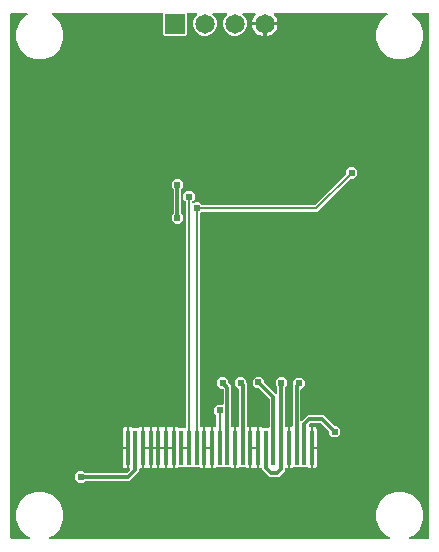
<source format=gbr>
G04 EAGLE Gerber RS-274X export*
G75*
%MOMM*%
%FSLAX34Y34*%
%LPD*%
%INBottom Copper*%
%IPPOS*%
%AMOC8*
5,1,8,0,0,1.08239X$1,22.5*%
G01*
%ADD10R,0.350000X3.000000*%
%ADD11R,1.651000X1.651000*%
%ADD12C,1.651000*%
%ADD13C,0.609600*%
%ADD14C,0.304800*%
%ADD15C,0.203200*%

G36*
X21578Y5223D02*
X21578Y5223D01*
X21675Y5233D01*
X21699Y5243D01*
X21725Y5247D01*
X21811Y5293D01*
X21900Y5333D01*
X21919Y5350D01*
X21942Y5363D01*
X22009Y5433D01*
X22081Y5499D01*
X22094Y5522D01*
X22112Y5541D01*
X22153Y5629D01*
X22200Y5715D01*
X22204Y5740D01*
X22215Y5764D01*
X22226Y5861D01*
X22243Y5957D01*
X22240Y5983D01*
X22242Y6008D01*
X22222Y6104D01*
X22208Y6200D01*
X22196Y6223D01*
X22190Y6249D01*
X22140Y6332D01*
X22096Y6419D01*
X22077Y6438D01*
X22064Y6460D01*
X21990Y6523D01*
X21921Y6591D01*
X21892Y6607D01*
X21877Y6620D01*
X21846Y6632D01*
X21774Y6672D01*
X18625Y7976D01*
X12976Y13625D01*
X9919Y21006D01*
X9919Y28994D01*
X12976Y36375D01*
X18625Y42024D01*
X26006Y45081D01*
X33994Y45081D01*
X41375Y42024D01*
X47024Y36375D01*
X50081Y28994D01*
X50081Y21006D01*
X47024Y13625D01*
X41375Y7976D01*
X38226Y6672D01*
X38143Y6621D01*
X38058Y6575D01*
X38040Y6557D01*
X38017Y6543D01*
X37955Y6467D01*
X37888Y6397D01*
X37877Y6373D01*
X37861Y6353D01*
X37826Y6262D01*
X37785Y6174D01*
X37782Y6148D01*
X37772Y6124D01*
X37768Y6026D01*
X37758Y5930D01*
X37763Y5904D01*
X37762Y5878D01*
X37789Y5784D01*
X37810Y5689D01*
X37823Y5667D01*
X37830Y5642D01*
X37886Y5562D01*
X37936Y5478D01*
X37956Y5461D01*
X37971Y5440D01*
X38049Y5381D01*
X38123Y5318D01*
X38147Y5308D01*
X38168Y5293D01*
X38261Y5263D01*
X38351Y5226D01*
X38383Y5223D01*
X38402Y5217D01*
X38435Y5217D01*
X38518Y5208D01*
X326282Y5208D01*
X326378Y5223D01*
X326475Y5233D01*
X326499Y5243D01*
X326525Y5247D01*
X326611Y5293D01*
X326700Y5333D01*
X326719Y5350D01*
X326742Y5363D01*
X326809Y5433D01*
X326881Y5499D01*
X326894Y5522D01*
X326912Y5541D01*
X326953Y5629D01*
X327000Y5715D01*
X327004Y5740D01*
X327015Y5764D01*
X327026Y5861D01*
X327043Y5957D01*
X327040Y5983D01*
X327042Y6008D01*
X327022Y6104D01*
X327008Y6200D01*
X326996Y6223D01*
X326990Y6249D01*
X326940Y6332D01*
X326896Y6419D01*
X326877Y6438D01*
X326864Y6460D01*
X326790Y6523D01*
X326721Y6591D01*
X326692Y6607D01*
X326677Y6620D01*
X326646Y6632D01*
X326574Y6672D01*
X323425Y7976D01*
X317776Y13625D01*
X314719Y21006D01*
X314719Y28994D01*
X317776Y36375D01*
X323425Y42024D01*
X330806Y45081D01*
X338794Y45081D01*
X346175Y42024D01*
X351824Y36375D01*
X354881Y28994D01*
X354881Y21006D01*
X351824Y13625D01*
X346175Y7976D01*
X343026Y6672D01*
X342943Y6621D01*
X342858Y6575D01*
X342840Y6557D01*
X342817Y6543D01*
X342755Y6467D01*
X342688Y6397D01*
X342677Y6373D01*
X342661Y6353D01*
X342626Y6262D01*
X342585Y6174D01*
X342582Y6148D01*
X342572Y6124D01*
X342568Y6026D01*
X342558Y5930D01*
X342563Y5904D01*
X342562Y5878D01*
X342589Y5784D01*
X342610Y5689D01*
X342623Y5667D01*
X342630Y5642D01*
X342686Y5562D01*
X342736Y5478D01*
X342756Y5461D01*
X342771Y5440D01*
X342849Y5381D01*
X342923Y5318D01*
X342947Y5308D01*
X342968Y5293D01*
X343061Y5263D01*
X343151Y5226D01*
X343183Y5223D01*
X343202Y5217D01*
X343235Y5217D01*
X343318Y5208D01*
X358831Y5208D01*
X358851Y5211D01*
X358870Y5209D01*
X358972Y5231D01*
X359074Y5247D01*
X359091Y5257D01*
X359111Y5261D01*
X359200Y5314D01*
X359291Y5363D01*
X359305Y5377D01*
X359322Y5387D01*
X359389Y5466D01*
X359461Y5541D01*
X359469Y5559D01*
X359482Y5574D01*
X359521Y5670D01*
X359564Y5764D01*
X359566Y5784D01*
X359574Y5802D01*
X359592Y5969D01*
X359592Y449431D01*
X359589Y449451D01*
X359591Y449470D01*
X359569Y449572D01*
X359553Y449674D01*
X359543Y449691D01*
X359539Y449711D01*
X359486Y449800D01*
X359437Y449891D01*
X359423Y449905D01*
X359413Y449922D01*
X359334Y449989D01*
X359259Y450061D01*
X359241Y450069D01*
X359226Y450082D01*
X359130Y450121D01*
X359036Y450164D01*
X359016Y450166D01*
X358998Y450174D01*
X358831Y450192D01*
X345732Y450192D01*
X345636Y450177D01*
X345539Y450167D01*
X345515Y450157D01*
X345489Y450153D01*
X345403Y450107D01*
X345314Y450067D01*
X345295Y450050D01*
X345272Y450037D01*
X345205Y449967D01*
X345133Y449901D01*
X345120Y449878D01*
X345102Y449859D01*
X345061Y449771D01*
X345014Y449685D01*
X345010Y449660D01*
X344999Y449636D01*
X344988Y449539D01*
X344971Y449443D01*
X344975Y449417D01*
X344972Y449392D01*
X344992Y449297D01*
X345007Y449200D01*
X345018Y449177D01*
X345024Y449151D01*
X345074Y449067D01*
X345118Y448981D01*
X345137Y448963D01*
X345150Y448940D01*
X345224Y448877D01*
X345294Y448809D01*
X345322Y448793D01*
X345337Y448780D01*
X345368Y448768D01*
X345441Y448728D01*
X346175Y448424D01*
X351824Y442775D01*
X354881Y435394D01*
X354881Y427406D01*
X351824Y420025D01*
X346175Y414376D01*
X338794Y411319D01*
X330806Y411319D01*
X323425Y414376D01*
X317776Y420025D01*
X314719Y427406D01*
X314719Y435394D01*
X317776Y442775D01*
X323425Y448424D01*
X324159Y448728D01*
X324242Y448779D01*
X324328Y448825D01*
X324346Y448844D01*
X324368Y448857D01*
X324431Y448932D01*
X324498Y449003D01*
X324509Y449027D01*
X324525Y449047D01*
X324560Y449138D01*
X324601Y449226D01*
X324604Y449252D01*
X324613Y449276D01*
X324618Y449374D01*
X324628Y449470D01*
X324623Y449496D01*
X324624Y449522D01*
X324597Y449616D01*
X324576Y449711D01*
X324563Y449733D01*
X324555Y449758D01*
X324500Y449838D01*
X324450Y449922D01*
X324430Y449939D01*
X324415Y449960D01*
X324337Y450019D01*
X324263Y450082D01*
X324239Y450092D01*
X324218Y450107D01*
X324125Y450137D01*
X324035Y450174D01*
X324002Y450177D01*
X323984Y450183D01*
X323951Y450183D01*
X323868Y450192D01*
X228813Y450192D01*
X228742Y450181D01*
X228671Y450179D01*
X228622Y450161D01*
X228570Y450153D01*
X228507Y450119D01*
X228440Y450094D01*
X228399Y450062D01*
X228353Y450037D01*
X228303Y449985D01*
X228248Y449941D01*
X228219Y449897D01*
X228184Y449859D01*
X228153Y449794D01*
X228115Y449734D01*
X228102Y449683D01*
X228080Y449636D01*
X228072Y449565D01*
X228054Y449495D01*
X228059Y449443D01*
X228053Y449392D01*
X228068Y449321D01*
X228074Y449250D01*
X228094Y449202D01*
X228105Y449151D01*
X228142Y449090D01*
X228170Y449024D01*
X228215Y448968D01*
X228231Y448940D01*
X228249Y448925D01*
X228275Y448893D01*
X228735Y448433D01*
X229733Y447058D01*
X230505Y445544D01*
X231030Y443928D01*
X231189Y442923D01*
X221262Y442923D01*
X221242Y442920D01*
X221223Y442922D01*
X221121Y442900D01*
X221019Y442883D01*
X221002Y442874D01*
X220982Y442870D01*
X220893Y442817D01*
X220802Y442768D01*
X220788Y442754D01*
X220771Y442744D01*
X220704Y442665D01*
X220633Y442590D01*
X220624Y442572D01*
X220611Y442557D01*
X220573Y442461D01*
X220529Y442367D01*
X220527Y442347D01*
X220519Y442329D01*
X220501Y442162D01*
X220501Y441399D01*
X220499Y441399D01*
X220499Y442162D01*
X220496Y442182D01*
X220498Y442201D01*
X220476Y442303D01*
X220459Y442405D01*
X220450Y442422D01*
X220446Y442442D01*
X220393Y442531D01*
X220344Y442622D01*
X220330Y442636D01*
X220320Y442653D01*
X220241Y442720D01*
X220166Y442791D01*
X220148Y442800D01*
X220133Y442813D01*
X220037Y442852D01*
X219943Y442895D01*
X219923Y442897D01*
X219905Y442905D01*
X219738Y442923D01*
X209811Y442923D01*
X209970Y443928D01*
X210495Y445544D01*
X211267Y447058D01*
X212265Y448433D01*
X212725Y448893D01*
X212767Y448951D01*
X212816Y449003D01*
X212838Y449050D01*
X212869Y449092D01*
X212890Y449161D01*
X212920Y449226D01*
X212926Y449278D01*
X212941Y449328D01*
X212939Y449399D01*
X212947Y449470D01*
X212936Y449521D01*
X212935Y449573D01*
X212910Y449641D01*
X212895Y449711D01*
X212868Y449756D01*
X212850Y449804D01*
X212806Y449860D01*
X212769Y449922D01*
X212729Y449956D01*
X212697Y449996D01*
X212636Y450035D01*
X212582Y450082D01*
X212533Y450101D01*
X212490Y450129D01*
X212420Y450147D01*
X212354Y450174D01*
X212282Y450182D01*
X212251Y450190D01*
X212228Y450188D01*
X212187Y450192D01*
X202335Y450192D01*
X202265Y450181D01*
X202193Y450179D01*
X202144Y450161D01*
X202093Y450153D01*
X202029Y450119D01*
X201962Y450094D01*
X201921Y450062D01*
X201875Y450037D01*
X201826Y449985D01*
X201770Y449941D01*
X201742Y449897D01*
X201706Y449859D01*
X201676Y449794D01*
X201637Y449734D01*
X201624Y449683D01*
X201602Y449636D01*
X201594Y449565D01*
X201577Y449495D01*
X201581Y449443D01*
X201575Y449392D01*
X201590Y449321D01*
X201596Y449250D01*
X201616Y449202D01*
X201627Y449151D01*
X201664Y449090D01*
X201692Y449024D01*
X201737Y448968D01*
X201754Y448940D01*
X201771Y448925D01*
X201797Y448893D01*
X203606Y447084D01*
X205134Y443396D01*
X205134Y439404D01*
X203606Y435716D01*
X200784Y432894D01*
X197096Y431366D01*
X193104Y431366D01*
X189416Y432894D01*
X186594Y435716D01*
X185066Y439404D01*
X185066Y443396D01*
X186594Y447084D01*
X188403Y448893D01*
X188445Y448951D01*
X188494Y449003D01*
X188516Y449050D01*
X188546Y449092D01*
X188568Y449161D01*
X188598Y449226D01*
X188603Y449278D01*
X188619Y449328D01*
X188617Y449399D01*
X188625Y449470D01*
X188614Y449521D01*
X188612Y449573D01*
X188588Y449641D01*
X188573Y449711D01*
X188546Y449756D01*
X188528Y449804D01*
X188483Y449860D01*
X188446Y449922D01*
X188407Y449956D01*
X188374Y449996D01*
X188314Y450035D01*
X188260Y450082D01*
X188211Y450101D01*
X188167Y450129D01*
X188098Y450147D01*
X188031Y450174D01*
X187960Y450182D01*
X187929Y450190D01*
X187906Y450188D01*
X187865Y450192D01*
X176935Y450192D01*
X176865Y450181D01*
X176793Y450179D01*
X176744Y450161D01*
X176693Y450153D01*
X176629Y450119D01*
X176562Y450094D01*
X176521Y450062D01*
X176475Y450037D01*
X176426Y449985D01*
X176370Y449941D01*
X176342Y449897D01*
X176306Y449859D01*
X176276Y449794D01*
X176237Y449734D01*
X176224Y449683D01*
X176202Y449636D01*
X176194Y449565D01*
X176177Y449495D01*
X176181Y449443D01*
X176175Y449392D01*
X176190Y449321D01*
X176196Y449250D01*
X176216Y449202D01*
X176227Y449151D01*
X176264Y449090D01*
X176292Y449024D01*
X176337Y448968D01*
X176354Y448940D01*
X176371Y448925D01*
X176397Y448893D01*
X178206Y447084D01*
X179734Y443396D01*
X179734Y439404D01*
X178206Y435716D01*
X175384Y432894D01*
X171696Y431366D01*
X167704Y431366D01*
X164016Y432894D01*
X161194Y435716D01*
X159666Y439404D01*
X159666Y443396D01*
X161194Y447084D01*
X163003Y448893D01*
X163045Y448951D01*
X163094Y449003D01*
X163116Y449050D01*
X163146Y449092D01*
X163168Y449161D01*
X163198Y449226D01*
X163203Y449278D01*
X163219Y449328D01*
X163217Y449399D01*
X163225Y449470D01*
X163214Y449521D01*
X163212Y449573D01*
X163188Y449641D01*
X163173Y449711D01*
X163146Y449756D01*
X163128Y449804D01*
X163083Y449860D01*
X163046Y449922D01*
X163007Y449956D01*
X162974Y449996D01*
X162914Y450035D01*
X162860Y450082D01*
X162811Y450101D01*
X162767Y450129D01*
X162698Y450147D01*
X162631Y450174D01*
X162560Y450182D01*
X162529Y450190D01*
X162506Y450188D01*
X162465Y450192D01*
X155095Y450192D01*
X155075Y450189D01*
X155056Y450191D01*
X154954Y450169D01*
X154852Y450153D01*
X154835Y450143D01*
X154815Y450139D01*
X154726Y450086D01*
X154635Y450037D01*
X154621Y450023D01*
X154604Y450013D01*
X154537Y449934D01*
X154465Y449859D01*
X154457Y449841D01*
X154444Y449826D01*
X154405Y449730D01*
X154362Y449636D01*
X154360Y449616D01*
X154352Y449598D01*
X154334Y449431D01*
X154334Y432408D01*
X153292Y431366D01*
X135308Y431366D01*
X134266Y432408D01*
X134266Y449431D01*
X134263Y449451D01*
X134265Y449470D01*
X134243Y449572D01*
X134227Y449674D01*
X134217Y449691D01*
X134213Y449711D01*
X134160Y449800D01*
X134111Y449891D01*
X134097Y449905D01*
X134087Y449922D01*
X134008Y449989D01*
X133933Y450061D01*
X133915Y450069D01*
X133900Y450082D01*
X133804Y450121D01*
X133710Y450164D01*
X133690Y450166D01*
X133672Y450174D01*
X133505Y450192D01*
X40932Y450192D01*
X40836Y450177D01*
X40739Y450167D01*
X40715Y450157D01*
X40689Y450153D01*
X40603Y450107D01*
X40514Y450067D01*
X40495Y450050D01*
X40472Y450037D01*
X40405Y449967D01*
X40333Y449901D01*
X40320Y449878D01*
X40302Y449859D01*
X40261Y449771D01*
X40214Y449685D01*
X40210Y449660D01*
X40199Y449636D01*
X40188Y449539D01*
X40171Y449443D01*
X40175Y449417D01*
X40172Y449392D01*
X40192Y449297D01*
X40207Y449200D01*
X40218Y449177D01*
X40224Y449151D01*
X40274Y449067D01*
X40318Y448981D01*
X40337Y448963D01*
X40350Y448940D01*
X40424Y448877D01*
X40494Y448809D01*
X40522Y448793D01*
X40537Y448780D01*
X40568Y448768D01*
X40641Y448728D01*
X41375Y448424D01*
X47024Y442775D01*
X50081Y435394D01*
X50081Y427406D01*
X47024Y420025D01*
X41375Y414376D01*
X33994Y411319D01*
X26006Y411319D01*
X18625Y414376D01*
X12976Y420025D01*
X9919Y427406D01*
X9919Y435394D01*
X12976Y442775D01*
X18625Y448424D01*
X19359Y448728D01*
X19442Y448779D01*
X19528Y448825D01*
X19546Y448844D01*
X19568Y448857D01*
X19631Y448932D01*
X19698Y449003D01*
X19709Y449027D01*
X19725Y449047D01*
X19760Y449138D01*
X19801Y449226D01*
X19804Y449252D01*
X19813Y449276D01*
X19818Y449374D01*
X19828Y449470D01*
X19823Y449496D01*
X19824Y449522D01*
X19797Y449616D01*
X19776Y449711D01*
X19763Y449733D01*
X19755Y449758D01*
X19700Y449838D01*
X19650Y449922D01*
X19630Y449939D01*
X19615Y449960D01*
X19537Y450019D01*
X19463Y450082D01*
X19439Y450092D01*
X19418Y450107D01*
X19325Y450137D01*
X19235Y450174D01*
X19202Y450177D01*
X19184Y450183D01*
X19151Y450183D01*
X19068Y450192D01*
X5969Y450192D01*
X5949Y450189D01*
X5930Y450191D01*
X5828Y450169D01*
X5726Y450153D01*
X5709Y450143D01*
X5689Y450139D01*
X5600Y450086D01*
X5509Y450037D01*
X5495Y450023D01*
X5478Y450013D01*
X5411Y449934D01*
X5339Y449859D01*
X5331Y449841D01*
X5318Y449826D01*
X5279Y449730D01*
X5236Y449636D01*
X5234Y449616D01*
X5226Y449598D01*
X5208Y449431D01*
X5208Y5969D01*
X5211Y5949D01*
X5209Y5930D01*
X5231Y5828D01*
X5247Y5726D01*
X5257Y5709D01*
X5261Y5689D01*
X5314Y5600D01*
X5363Y5509D01*
X5377Y5495D01*
X5387Y5478D01*
X5466Y5411D01*
X5541Y5339D01*
X5559Y5331D01*
X5574Y5318D01*
X5670Y5279D01*
X5764Y5236D01*
X5784Y5234D01*
X5802Y5226D01*
X5969Y5208D01*
X21482Y5208D01*
X21578Y5223D01*
G37*
%LPC*%
G36*
X144274Y82387D02*
X144274Y82387D01*
X144271Y82406D01*
X144273Y82426D01*
X144260Y82486D01*
X144274Y82613D01*
X144274Y100041D01*
X145485Y100041D01*
X146131Y99868D01*
X146710Y99533D01*
X146741Y99502D01*
X146815Y99449D01*
X146885Y99389D01*
X146915Y99377D01*
X146941Y99358D01*
X147028Y99331D01*
X147113Y99297D01*
X147154Y99293D01*
X147176Y99286D01*
X147208Y99287D01*
X147280Y99279D01*
X152405Y99279D01*
X152416Y99269D01*
X152463Y99247D01*
X152505Y99216D01*
X152574Y99195D01*
X152639Y99165D01*
X152691Y99159D01*
X152740Y99144D01*
X152812Y99146D01*
X152883Y99138D01*
X152934Y99149D01*
X152986Y99150D01*
X153054Y99175D01*
X153124Y99190D01*
X153169Y99217D01*
X153217Y99235D01*
X153273Y99280D01*
X153335Y99316D01*
X153369Y99356D01*
X153409Y99388D01*
X153448Y99449D01*
X153495Y99503D01*
X153514Y99551D01*
X153542Y99595D01*
X153560Y99665D01*
X153587Y99731D01*
X153595Y99803D01*
X153603Y99834D01*
X153601Y99857D01*
X153605Y99898D01*
X153605Y290717D01*
X153591Y290807D01*
X153583Y290898D01*
X153571Y290928D01*
X153566Y290960D01*
X153523Y291041D01*
X153487Y291125D01*
X153461Y291157D01*
X153450Y291177D01*
X153427Y291200D01*
X153382Y291256D01*
X151637Y293001D01*
X151637Y296999D01*
X154465Y299827D01*
X158463Y299827D01*
X161291Y296999D01*
X161291Y293001D01*
X159418Y291128D01*
X159365Y291054D01*
X159305Y290984D01*
X159293Y290954D01*
X159274Y290928D01*
X159247Y290841D01*
X159213Y290756D01*
X159209Y290715D01*
X159202Y290693D01*
X159203Y290661D01*
X159195Y290589D01*
X159195Y290033D01*
X159206Y289962D01*
X159208Y289890D01*
X159226Y289841D01*
X159234Y289790D01*
X159268Y289726D01*
X159293Y289659D01*
X159325Y289618D01*
X159350Y289572D01*
X159402Y289523D01*
X159446Y289467D01*
X159490Y289439D01*
X159528Y289403D01*
X159593Y289373D01*
X159653Y289334D01*
X159704Y289321D01*
X159751Y289299D01*
X159822Y289292D01*
X159892Y289274D01*
X159944Y289278D01*
X159995Y289272D01*
X160066Y289288D01*
X160137Y289293D01*
X160185Y289314D01*
X160236Y289325D01*
X160297Y289361D01*
X160363Y289389D01*
X160419Y289434D01*
X160447Y289451D01*
X160462Y289469D01*
X160494Y289494D01*
X161069Y290069D01*
X165067Y290069D01*
X167044Y288092D01*
X167118Y288039D01*
X167188Y287979D01*
X167218Y287967D01*
X167244Y287948D01*
X167331Y287921D01*
X167416Y287887D01*
X167457Y287883D01*
X167479Y287876D01*
X167511Y287877D01*
X167583Y287869D01*
X262733Y287869D01*
X262823Y287883D01*
X262914Y287891D01*
X262944Y287903D01*
X262976Y287908D01*
X263056Y287951D01*
X263140Y287987D01*
X263172Y288013D01*
X263193Y288024D01*
X263215Y288047D01*
X263271Y288092D01*
X289082Y313903D01*
X289135Y313977D01*
X289195Y314046D01*
X289207Y314076D01*
X289226Y314102D01*
X289253Y314189D01*
X289287Y314274D01*
X289291Y314315D01*
X289298Y314337D01*
X289297Y314370D01*
X289305Y314441D01*
X289305Y316999D01*
X292133Y319827D01*
X296131Y319827D01*
X298959Y316999D01*
X298959Y313001D01*
X296131Y310173D01*
X293573Y310173D01*
X293483Y310159D01*
X293392Y310151D01*
X293362Y310139D01*
X293330Y310134D01*
X293250Y310091D01*
X293166Y310055D01*
X293134Y310029D01*
X293113Y310018D01*
X293091Y309995D01*
X293035Y309950D01*
X265364Y282279D01*
X167247Y282279D01*
X167157Y282265D01*
X167066Y282257D01*
X167036Y282245D01*
X167004Y282240D01*
X166923Y282197D01*
X166839Y282161D01*
X166807Y282135D01*
X166787Y282124D01*
X166764Y282101D01*
X166708Y282056D01*
X165918Y281266D01*
X165865Y281192D01*
X165805Y281122D01*
X165793Y281092D01*
X165774Y281066D01*
X165747Y280979D01*
X165713Y280894D01*
X165709Y280853D01*
X165702Y280831D01*
X165703Y280799D01*
X165695Y280727D01*
X165695Y100599D01*
X165714Y100482D01*
X165732Y100364D01*
X165734Y100360D01*
X165734Y100356D01*
X165790Y100251D01*
X165845Y100145D01*
X165848Y100142D01*
X165850Y100138D01*
X165936Y100056D01*
X166021Y99974D01*
X166025Y99972D01*
X166028Y99969D01*
X166135Y99919D01*
X166243Y99868D01*
X166247Y99867D01*
X166251Y99865D01*
X166367Y99852D01*
X166487Y99838D01*
X166492Y99839D01*
X166495Y99838D01*
X166509Y99841D01*
X166653Y99863D01*
X167316Y100041D01*
X168526Y100041D01*
X168526Y82613D01*
X168529Y82594D01*
X168527Y82574D01*
X168540Y82514D01*
X168526Y82387D01*
X168526Y64959D01*
X167316Y64959D01*
X166669Y65132D01*
X166090Y65467D01*
X166059Y65498D01*
X165985Y65551D01*
X165915Y65611D01*
X165885Y65623D01*
X165859Y65642D01*
X165772Y65669D01*
X165687Y65703D01*
X165646Y65707D01*
X165624Y65714D01*
X165592Y65713D01*
X165520Y65721D01*
X160413Y65721D01*
X160188Y65946D01*
X160172Y65958D01*
X160160Y65973D01*
X160073Y66029D01*
X159989Y66090D01*
X159970Y66096D01*
X159953Y66106D01*
X159852Y66132D01*
X159754Y66162D01*
X159734Y66162D01*
X159714Y66166D01*
X159611Y66158D01*
X159508Y66156D01*
X159489Y66149D01*
X159469Y66147D01*
X159374Y66107D01*
X159277Y66071D01*
X159261Y66059D01*
X159243Y66051D01*
X159112Y65946D01*
X158887Y65721D01*
X153913Y65721D01*
X153688Y65946D01*
X153672Y65958D01*
X153660Y65973D01*
X153573Y66029D01*
X153489Y66090D01*
X153470Y66096D01*
X153453Y66106D01*
X153352Y66132D01*
X153254Y66162D01*
X153234Y66162D01*
X153214Y66166D01*
X153111Y66158D01*
X153008Y66156D01*
X152989Y66149D01*
X152969Y66147D01*
X152874Y66107D01*
X152777Y66071D01*
X152761Y66059D01*
X152743Y66051D01*
X152612Y65946D01*
X152387Y65721D01*
X147280Y65721D01*
X147190Y65707D01*
X147099Y65699D01*
X147069Y65687D01*
X147037Y65682D01*
X146956Y65639D01*
X146872Y65603D01*
X146840Y65577D01*
X146820Y65566D01*
X146797Y65543D01*
X146741Y65498D01*
X146710Y65467D01*
X146131Y65132D01*
X145484Y64959D01*
X144274Y64959D01*
X144274Y82387D01*
G37*
%LPD*%
%LPC*%
G36*
X224692Y57657D02*
X224692Y57657D01*
X218097Y64252D01*
X218097Y64265D01*
X218078Y64382D01*
X218060Y64500D01*
X218058Y64504D01*
X218058Y64508D01*
X218002Y64612D01*
X217947Y64719D01*
X217944Y64722D01*
X217942Y64725D01*
X217856Y64807D01*
X217771Y64890D01*
X217767Y64892D01*
X217764Y64895D01*
X217656Y64945D01*
X217549Y64996D01*
X217545Y64997D01*
X217541Y64998D01*
X217423Y65012D01*
X217305Y65026D01*
X217300Y65025D01*
X217297Y65026D01*
X217283Y65023D01*
X217139Y65001D01*
X216984Y64959D01*
X215774Y64959D01*
X215774Y82387D01*
X215771Y82406D01*
X215773Y82426D01*
X215760Y82486D01*
X215774Y82613D01*
X215774Y100041D01*
X216985Y100041D01*
X217631Y99868D01*
X218210Y99533D01*
X218241Y99502D01*
X218315Y99449D01*
X218385Y99389D01*
X218415Y99377D01*
X218441Y99358D01*
X218528Y99331D01*
X218613Y99297D01*
X218654Y99293D01*
X218676Y99286D01*
X218708Y99287D01*
X218780Y99279D01*
X223836Y99279D01*
X223856Y99282D01*
X223875Y99280D01*
X223977Y99302D01*
X224079Y99318D01*
X224096Y99328D01*
X224116Y99332D01*
X224205Y99385D01*
X224296Y99434D01*
X224310Y99448D01*
X224327Y99458D01*
X224394Y99537D01*
X224466Y99612D01*
X224474Y99630D01*
X224487Y99645D01*
X224526Y99741D01*
X224569Y99835D01*
X224571Y99855D01*
X224579Y99873D01*
X224597Y100040D01*
X224597Y123223D01*
X224595Y123234D01*
X224596Y123241D01*
X224588Y123278D01*
X224583Y123313D01*
X224575Y123404D01*
X224563Y123433D01*
X224558Y123465D01*
X224515Y123546D01*
X224479Y123630D01*
X224453Y123662D01*
X224442Y123683D01*
X224419Y123705D01*
X224374Y123761D01*
X215517Y132618D01*
X215443Y132671D01*
X215374Y132731D01*
X215343Y132743D01*
X215317Y132762D01*
X215230Y132789D01*
X215145Y132823D01*
X215104Y132827D01*
X215082Y132834D01*
X215050Y132833D01*
X214979Y132841D01*
X213139Y132841D01*
X210311Y135669D01*
X210311Y139667D01*
X213139Y142495D01*
X217137Y142495D01*
X219965Y139667D01*
X219965Y137827D01*
X219979Y137737D01*
X219987Y137646D01*
X219999Y137617D01*
X220004Y137585D01*
X220047Y137504D01*
X220083Y137420D01*
X220109Y137388D01*
X220120Y137367D01*
X220143Y137345D01*
X220188Y137289D01*
X229798Y127679D01*
X229856Y127637D01*
X229908Y127588D01*
X229955Y127566D01*
X229997Y127535D01*
X230066Y127514D01*
X230131Y127484D01*
X230183Y127478D01*
X230233Y127463D01*
X230304Y127465D01*
X230375Y127457D01*
X230426Y127468D01*
X230478Y127469D01*
X230546Y127494D01*
X230616Y127509D01*
X230661Y127536D01*
X230709Y127554D01*
X230765Y127599D01*
X230827Y127636D01*
X230861Y127675D01*
X230901Y127708D01*
X230940Y127768D01*
X230987Y127822D01*
X231006Y127871D01*
X231034Y127915D01*
X231052Y127984D01*
X231079Y128051D01*
X231087Y128122D01*
X231095Y128153D01*
X231093Y128176D01*
X231097Y128217D01*
X231097Y133363D01*
X231083Y133453D01*
X231075Y133544D01*
X231063Y133574D01*
X231058Y133606D01*
X231015Y133687D01*
X230979Y133771D01*
X230953Y133803D01*
X230942Y133823D01*
X230919Y133846D01*
X230874Y133902D01*
X229615Y135161D01*
X229615Y139159D01*
X232443Y141987D01*
X236441Y141987D01*
X239269Y139159D01*
X239269Y135161D01*
X237926Y133818D01*
X237873Y133744D01*
X237813Y133674D01*
X237801Y133644D01*
X237782Y133618D01*
X237755Y133531D01*
X237721Y133446D01*
X237717Y133405D01*
X237710Y133383D01*
X237711Y133351D01*
X237703Y133279D01*
X237703Y100735D01*
X237722Y100618D01*
X237740Y100500D01*
X237742Y100496D01*
X237742Y100492D01*
X237798Y100388D01*
X237853Y100281D01*
X237856Y100278D01*
X237858Y100275D01*
X237944Y100193D01*
X238029Y100110D01*
X238033Y100108D01*
X238036Y100105D01*
X238144Y100055D01*
X238251Y100004D01*
X238255Y100003D01*
X238259Y100002D01*
X238377Y99988D01*
X238495Y99974D01*
X238500Y99975D01*
X238503Y99974D01*
X238517Y99977D01*
X238661Y99999D01*
X238816Y100041D01*
X240026Y100041D01*
X240026Y82613D01*
X240029Y82594D01*
X240027Y82574D01*
X240040Y82514D01*
X240026Y82387D01*
X240026Y64959D01*
X238816Y64959D01*
X238661Y65001D01*
X238542Y65013D01*
X238425Y65026D01*
X238420Y65025D01*
X238416Y65025D01*
X238301Y64999D01*
X238184Y64973D01*
X238181Y64971D01*
X238177Y64970D01*
X238075Y64908D01*
X237973Y64847D01*
X237970Y64844D01*
X237967Y64842D01*
X237890Y64751D01*
X237813Y64660D01*
X237812Y64656D01*
X237809Y64653D01*
X237766Y64543D01*
X237721Y64432D01*
X237721Y64427D01*
X237719Y64424D01*
X237719Y64410D01*
X237703Y64265D01*
X237703Y62852D01*
X232508Y57657D01*
X224692Y57657D01*
G37*
%LPD*%
%LPC*%
G36*
X241774Y82387D02*
X241774Y82387D01*
X241771Y82406D01*
X241773Y82426D01*
X241760Y82486D01*
X241774Y82613D01*
X241774Y100041D01*
X242984Y100041D01*
X243139Y99999D01*
X243258Y99987D01*
X243375Y99974D01*
X243380Y99975D01*
X243384Y99975D01*
X243499Y100001D01*
X243616Y100027D01*
X243619Y100029D01*
X243623Y100030D01*
X243725Y100092D01*
X243827Y100153D01*
X243830Y100156D01*
X243833Y100158D01*
X243910Y100249D01*
X243987Y100340D01*
X243988Y100344D01*
X243991Y100347D01*
X244034Y100457D01*
X244079Y100568D01*
X244079Y100573D01*
X244081Y100576D01*
X244081Y100590D01*
X244097Y100735D01*
X244097Y136246D01*
X244378Y136527D01*
X244431Y136601D01*
X244491Y136670D01*
X244503Y136701D01*
X244522Y136727D01*
X244549Y136814D01*
X244583Y136899D01*
X244587Y136940D01*
X244594Y136962D01*
X244593Y136994D01*
X244601Y137065D01*
X244601Y138905D01*
X247429Y141733D01*
X251427Y141733D01*
X254255Y138905D01*
X254255Y134907D01*
X251426Y132078D01*
X251425Y132078D01*
X251323Y132056D01*
X251221Y132040D01*
X251204Y132030D01*
X251184Y132026D01*
X251095Y131973D01*
X251004Y131924D01*
X250990Y131910D01*
X250973Y131900D01*
X250906Y131821D01*
X250834Y131746D01*
X250826Y131728D01*
X250813Y131713D01*
X250774Y131617D01*
X250731Y131523D01*
X250729Y131503D01*
X250721Y131485D01*
X250703Y131318D01*
X250703Y105573D01*
X250714Y105503D01*
X250716Y105431D01*
X250734Y105382D01*
X250742Y105331D01*
X250776Y105267D01*
X250801Y105200D01*
X250833Y105159D01*
X250858Y105113D01*
X250910Y105064D01*
X250954Y105008D01*
X250998Y104980D01*
X251036Y104944D01*
X251101Y104914D01*
X251161Y104875D01*
X251212Y104862D01*
X251259Y104840D01*
X251330Y104832D01*
X251400Y104815D01*
X251452Y104819D01*
X251503Y104813D01*
X251574Y104828D01*
X251645Y104834D01*
X251693Y104854D01*
X251744Y104865D01*
X251805Y104902D01*
X251871Y104930D01*
X251927Y104975D01*
X251955Y104992D01*
X251970Y105009D01*
X252002Y105035D01*
X256696Y109729D01*
X270608Y109729D01*
X279275Y101062D01*
X279349Y101009D01*
X279418Y100949D01*
X279449Y100937D01*
X279475Y100918D01*
X279562Y100891D01*
X279647Y100857D01*
X279688Y100853D01*
X279710Y100846D01*
X279742Y100847D01*
X279813Y100839D01*
X281653Y100839D01*
X284481Y98011D01*
X284481Y94013D01*
X281653Y91185D01*
X277655Y91185D01*
X274827Y94013D01*
X274827Y95853D01*
X274813Y95943D01*
X274805Y96034D01*
X274793Y96063D01*
X274788Y96095D01*
X274745Y96176D01*
X274709Y96260D01*
X274683Y96292D01*
X274672Y96313D01*
X274649Y96335D01*
X274604Y96391D01*
X268095Y102900D01*
X268021Y102953D01*
X267952Y103013D01*
X267921Y103025D01*
X267895Y103044D01*
X267808Y103071D01*
X267723Y103105D01*
X267682Y103109D01*
X267660Y103116D01*
X267628Y103115D01*
X267557Y103123D01*
X259747Y103123D01*
X259657Y103109D01*
X259566Y103101D01*
X259537Y103089D01*
X259505Y103084D01*
X259424Y103041D01*
X259340Y103005D01*
X259308Y102979D01*
X259287Y102968D01*
X259265Y102945D01*
X259209Y102900D01*
X257639Y101330D01*
X257611Y101291D01*
X257576Y101258D01*
X257539Y101192D01*
X257495Y101130D01*
X257481Y101084D01*
X257458Y101042D01*
X257445Y100968D01*
X257423Y100895D01*
X257424Y100847D01*
X257416Y100800D01*
X257427Y100725D01*
X257429Y100649D01*
X257446Y100604D01*
X257453Y100557D01*
X257488Y100489D01*
X257514Y100418D01*
X257544Y100381D01*
X257566Y100338D01*
X257620Y100285D01*
X257667Y100226D01*
X257708Y100200D01*
X257742Y100167D01*
X257811Y100134D01*
X257874Y100093D01*
X257921Y100082D01*
X257964Y100061D01*
X258039Y100052D01*
X258113Y100033D01*
X258161Y100037D01*
X258208Y100031D01*
X258271Y100041D01*
X259526Y100041D01*
X259526Y82613D01*
X259529Y82594D01*
X259527Y82574D01*
X259540Y82514D01*
X259526Y82387D01*
X259526Y64959D01*
X258316Y64959D01*
X257669Y65132D01*
X257090Y65467D01*
X257059Y65498D01*
X256985Y65551D01*
X256915Y65611D01*
X256885Y65623D01*
X256859Y65642D01*
X256772Y65669D01*
X256687Y65703D01*
X256646Y65707D01*
X256624Y65714D01*
X256592Y65713D01*
X256520Y65721D01*
X251413Y65721D01*
X251188Y65946D01*
X251172Y65958D01*
X251160Y65973D01*
X251073Y66029D01*
X250989Y66090D01*
X250970Y66096D01*
X250953Y66106D01*
X250852Y66132D01*
X250754Y66162D01*
X250734Y66162D01*
X250714Y66166D01*
X250611Y66158D01*
X250508Y66156D01*
X250489Y66149D01*
X250469Y66147D01*
X250374Y66107D01*
X250277Y66071D01*
X250261Y66059D01*
X250243Y66051D01*
X250112Y65946D01*
X249887Y65721D01*
X244780Y65721D01*
X244690Y65707D01*
X244599Y65699D01*
X244569Y65687D01*
X244537Y65682D01*
X244456Y65639D01*
X244372Y65603D01*
X244340Y65577D01*
X244320Y65566D01*
X244297Y65543D01*
X244241Y65498D01*
X244210Y65467D01*
X243631Y65132D01*
X242984Y64959D01*
X241774Y64959D01*
X241774Y82387D01*
G37*
%LPD*%
%LPC*%
G36*
X176774Y82387D02*
X176774Y82387D01*
X176771Y82406D01*
X176773Y82426D01*
X176760Y82486D01*
X176774Y82613D01*
X176774Y100041D01*
X177984Y100041D01*
X178647Y99863D01*
X178766Y99851D01*
X178883Y99838D01*
X178888Y99839D01*
X178892Y99839D01*
X179007Y99865D01*
X179124Y99891D01*
X179127Y99893D01*
X179131Y99894D01*
X179233Y99956D01*
X179335Y100017D01*
X179338Y100020D01*
X179341Y100022D01*
X179417Y100113D01*
X179495Y100204D01*
X179496Y100208D01*
X179499Y100211D01*
X179542Y100320D01*
X179587Y100432D01*
X179587Y100437D01*
X179589Y100440D01*
X179589Y100453D01*
X179605Y100599D01*
X179605Y109671D01*
X179591Y109761D01*
X179583Y109852D01*
X179571Y109882D01*
X179566Y109914D01*
X179523Y109995D01*
X179487Y110079D01*
X179461Y110111D01*
X179450Y110131D01*
X179427Y110154D01*
X179382Y110210D01*
X177545Y112047D01*
X177545Y116045D01*
X180373Y118873D01*
X184389Y118873D01*
X184408Y118855D01*
X184455Y118833D01*
X184497Y118803D01*
X184566Y118782D01*
X184631Y118751D01*
X184683Y118746D01*
X184732Y118730D01*
X184804Y118732D01*
X184875Y118724D01*
X184926Y118735D01*
X184978Y118737D01*
X185046Y118761D01*
X185116Y118777D01*
X185161Y118803D01*
X185209Y118821D01*
X185265Y118866D01*
X185327Y118903D01*
X185361Y118942D01*
X185401Y118975D01*
X185440Y119035D01*
X185487Y119090D01*
X185506Y119138D01*
X185534Y119182D01*
X185552Y119251D01*
X185579Y119318D01*
X185587Y119389D01*
X185595Y119420D01*
X185593Y119444D01*
X185597Y119485D01*
X185597Y131489D01*
X185583Y131579D01*
X185575Y131670D01*
X185563Y131699D01*
X185558Y131731D01*
X185515Y131812D01*
X185479Y131896D01*
X185453Y131928D01*
X185442Y131949D01*
X185419Y131971D01*
X185374Y132027D01*
X185291Y132110D01*
X185217Y132163D01*
X185148Y132223D01*
X185117Y132235D01*
X185091Y132254D01*
X185004Y132281D01*
X184919Y132315D01*
X184878Y132319D01*
X184856Y132326D01*
X184824Y132325D01*
X184753Y132333D01*
X182913Y132333D01*
X180085Y135161D01*
X180085Y139159D01*
X182913Y141987D01*
X186911Y141987D01*
X189739Y139159D01*
X189739Y137319D01*
X189753Y137229D01*
X189761Y137138D01*
X189773Y137109D01*
X189778Y137077D01*
X189821Y136996D01*
X189857Y136912D01*
X189883Y136880D01*
X189894Y136859D01*
X189917Y136837D01*
X189962Y136781D01*
X192203Y134540D01*
X192203Y100735D01*
X192222Y100618D01*
X192240Y100500D01*
X192242Y100496D01*
X192242Y100492D01*
X192298Y100388D01*
X192353Y100281D01*
X192356Y100278D01*
X192358Y100275D01*
X192444Y100193D01*
X192529Y100110D01*
X192533Y100108D01*
X192536Y100105D01*
X192644Y100055D01*
X192751Y100004D01*
X192755Y100003D01*
X192759Y100002D01*
X192877Y99988D01*
X192995Y99974D01*
X193000Y99975D01*
X193003Y99974D01*
X193017Y99977D01*
X193161Y99999D01*
X193316Y100041D01*
X194526Y100041D01*
X194526Y82613D01*
X194529Y82594D01*
X194527Y82574D01*
X194540Y82514D01*
X194526Y82387D01*
X194526Y64959D01*
X193316Y64959D01*
X192669Y65132D01*
X192090Y65467D01*
X192059Y65498D01*
X191985Y65551D01*
X191915Y65611D01*
X191885Y65623D01*
X191859Y65642D01*
X191772Y65669D01*
X191687Y65703D01*
X191646Y65707D01*
X191624Y65714D01*
X191592Y65713D01*
X191520Y65721D01*
X186413Y65721D01*
X186188Y65946D01*
X186172Y65958D01*
X186160Y65973D01*
X186073Y66029D01*
X185989Y66090D01*
X185970Y66096D01*
X185953Y66106D01*
X185852Y66132D01*
X185754Y66162D01*
X185734Y66162D01*
X185714Y66166D01*
X185611Y66158D01*
X185508Y66156D01*
X185489Y66149D01*
X185469Y66147D01*
X185374Y66107D01*
X185277Y66071D01*
X185261Y66059D01*
X185243Y66051D01*
X185112Y65946D01*
X184887Y65721D01*
X179780Y65721D01*
X179690Y65707D01*
X179599Y65699D01*
X179569Y65687D01*
X179537Y65682D01*
X179456Y65639D01*
X179372Y65603D01*
X179340Y65577D01*
X179320Y65566D01*
X179297Y65543D01*
X179241Y65498D01*
X179210Y65467D01*
X178631Y65132D01*
X177984Y64959D01*
X176774Y64959D01*
X176774Y82387D01*
G37*
%LPD*%
%LPC*%
G36*
X62771Y52831D02*
X62771Y52831D01*
X59943Y55659D01*
X59943Y59657D01*
X62771Y62485D01*
X66769Y62485D01*
X68070Y61184D01*
X68144Y61131D01*
X68214Y61071D01*
X68244Y61059D01*
X68270Y61040D01*
X68357Y61013D01*
X68442Y60979D01*
X68483Y60975D01*
X68505Y60968D01*
X68537Y60969D01*
X68609Y60961D01*
X103219Y60961D01*
X103309Y60975D01*
X103400Y60983D01*
X103429Y60995D01*
X103461Y61000D01*
X103542Y61043D01*
X103626Y61079D01*
X103658Y61105D01*
X103679Y61116D01*
X103701Y61139D01*
X103757Y61184D01*
X106233Y63660D01*
X106275Y63718D01*
X106324Y63770D01*
X106346Y63817D01*
X106377Y63859D01*
X106398Y63928D01*
X106428Y63993D01*
X106434Y64045D01*
X106449Y64095D01*
X106447Y64166D01*
X106455Y64238D01*
X106444Y64288D01*
X106443Y64340D01*
X106418Y64408D01*
X106403Y64478D01*
X106376Y64522D01*
X106358Y64571D01*
X106313Y64627D01*
X106276Y64689D01*
X106237Y64723D01*
X106204Y64763D01*
X106144Y64802D01*
X106090Y64849D01*
X106041Y64868D01*
X105997Y64896D01*
X105928Y64914D01*
X105861Y64941D01*
X105790Y64949D01*
X105759Y64957D01*
X105736Y64955D01*
X105695Y64959D01*
X105274Y64959D01*
X105274Y82387D01*
X105271Y82406D01*
X105273Y82426D01*
X105260Y82486D01*
X105274Y82613D01*
X105274Y100041D01*
X106485Y100041D01*
X107131Y99868D01*
X107710Y99533D01*
X107741Y99502D01*
X107815Y99449D01*
X107885Y99389D01*
X107915Y99377D01*
X107941Y99358D01*
X108028Y99331D01*
X108113Y99297D01*
X108154Y99293D01*
X108176Y99286D01*
X108208Y99287D01*
X108280Y99279D01*
X113520Y99279D01*
X113610Y99293D01*
X113701Y99301D01*
X113731Y99313D01*
X113763Y99318D01*
X113844Y99361D01*
X113928Y99397D01*
X113960Y99423D01*
X113980Y99434D01*
X114003Y99457D01*
X114059Y99502D01*
X114090Y99533D01*
X114669Y99868D01*
X115316Y100041D01*
X116526Y100041D01*
X116526Y82613D01*
X116529Y82594D01*
X116527Y82574D01*
X116540Y82514D01*
X116526Y82387D01*
X116526Y64959D01*
X115316Y64959D01*
X115161Y65001D01*
X115042Y65013D01*
X114925Y65026D01*
X114920Y65025D01*
X114916Y65025D01*
X114801Y64999D01*
X114684Y64973D01*
X114681Y64971D01*
X114677Y64970D01*
X114575Y64908D01*
X114473Y64847D01*
X114470Y64844D01*
X114467Y64842D01*
X114390Y64751D01*
X114313Y64660D01*
X114312Y64656D01*
X114309Y64653D01*
X114266Y64543D01*
X114221Y64432D01*
X114221Y64427D01*
X114219Y64424D01*
X114219Y64410D01*
X114203Y64265D01*
X114203Y62288D01*
X106270Y54355D01*
X68609Y54355D01*
X68519Y54341D01*
X68428Y54333D01*
X68398Y54321D01*
X68366Y54316D01*
X68285Y54273D01*
X68201Y54237D01*
X68169Y54211D01*
X68149Y54200D01*
X68126Y54177D01*
X68070Y54132D01*
X66769Y52831D01*
X62771Y52831D01*
G37*
%LPD*%
%LPC*%
G36*
X196274Y82387D02*
X196274Y82387D01*
X196271Y82406D01*
X196273Y82426D01*
X196260Y82486D01*
X196274Y82613D01*
X196274Y100041D01*
X197484Y100041D01*
X197639Y99999D01*
X197758Y99987D01*
X197875Y99974D01*
X197880Y99975D01*
X197884Y99975D01*
X197999Y100001D01*
X198116Y100027D01*
X198119Y100029D01*
X198123Y100030D01*
X198225Y100092D01*
X198327Y100153D01*
X198330Y100156D01*
X198333Y100158D01*
X198410Y100249D01*
X198487Y100340D01*
X198488Y100344D01*
X198491Y100347D01*
X198534Y100457D01*
X198579Y100568D01*
X198579Y100573D01*
X198581Y100576D01*
X198581Y100590D01*
X198597Y100735D01*
X198597Y131573D01*
X198593Y131601D01*
X198594Y131615D01*
X198582Y131672D01*
X198575Y131754D01*
X198563Y131784D01*
X198558Y131816D01*
X198546Y131838D01*
X198542Y131855D01*
X198509Y131910D01*
X198479Y131981D01*
X198453Y132013D01*
X198442Y132033D01*
X198426Y132049D01*
X198416Y132066D01*
X198399Y132080D01*
X198374Y132112D01*
X195325Y135161D01*
X195325Y139159D01*
X198153Y141987D01*
X202151Y141987D01*
X204979Y139159D01*
X204979Y137319D01*
X204993Y137229D01*
X205001Y137138D01*
X205013Y137109D01*
X205018Y137077D01*
X205061Y136996D01*
X205097Y136912D01*
X205123Y136880D01*
X205134Y136859D01*
X205157Y136837D01*
X205202Y136781D01*
X205203Y136780D01*
X205203Y100735D01*
X205222Y100618D01*
X205240Y100500D01*
X205242Y100496D01*
X205242Y100492D01*
X205298Y100388D01*
X205353Y100281D01*
X205356Y100278D01*
X205358Y100275D01*
X205444Y100193D01*
X205529Y100110D01*
X205533Y100108D01*
X205536Y100105D01*
X205644Y100055D01*
X205751Y100004D01*
X205755Y100003D01*
X205759Y100002D01*
X205877Y99988D01*
X205995Y99974D01*
X206000Y99975D01*
X206003Y99974D01*
X206017Y99977D01*
X206161Y99999D01*
X206316Y100041D01*
X207526Y100041D01*
X207526Y82613D01*
X207529Y82594D01*
X207527Y82574D01*
X207540Y82514D01*
X207526Y82387D01*
X207526Y64959D01*
X206316Y64959D01*
X205669Y65132D01*
X205090Y65467D01*
X205059Y65498D01*
X204985Y65551D01*
X204915Y65611D01*
X204885Y65623D01*
X204859Y65642D01*
X204772Y65669D01*
X204687Y65703D01*
X204646Y65707D01*
X204624Y65714D01*
X204592Y65713D01*
X204520Y65721D01*
X199280Y65721D01*
X199190Y65707D01*
X199099Y65699D01*
X199069Y65687D01*
X199037Y65682D01*
X198956Y65639D01*
X198872Y65603D01*
X198840Y65577D01*
X198820Y65566D01*
X198797Y65543D01*
X198741Y65498D01*
X198710Y65467D01*
X198131Y65132D01*
X197484Y64959D01*
X196274Y64959D01*
X196274Y82387D01*
G37*
%LPD*%
%LPC*%
G36*
X144559Y272033D02*
X144559Y272033D01*
X141731Y274861D01*
X141731Y278859D01*
X143032Y280160D01*
X143085Y280234D01*
X143145Y280304D01*
X143157Y280334D01*
X143176Y280360D01*
X143203Y280447D01*
X143237Y280532D01*
X143241Y280573D01*
X143248Y280595D01*
X143247Y280627D01*
X143255Y280699D01*
X143255Y301161D01*
X143241Y301251D01*
X143233Y301342D01*
X143221Y301372D01*
X143216Y301404D01*
X143173Y301485D01*
X143137Y301569D01*
X143111Y301601D01*
X143100Y301621D01*
X143077Y301644D01*
X143032Y301700D01*
X141731Y303001D01*
X141731Y306999D01*
X144559Y309827D01*
X148557Y309827D01*
X151385Y306999D01*
X151385Y303001D01*
X150084Y301700D01*
X150031Y301626D01*
X149971Y301556D01*
X149959Y301526D01*
X149940Y301500D01*
X149913Y301413D01*
X149879Y301328D01*
X149875Y301287D01*
X149868Y301265D01*
X149869Y301233D01*
X149861Y301161D01*
X149861Y280699D01*
X149875Y280609D01*
X149883Y280518D01*
X149895Y280488D01*
X149900Y280456D01*
X149943Y280375D01*
X149979Y280291D01*
X150005Y280259D01*
X150016Y280239D01*
X150039Y280216D01*
X150084Y280160D01*
X151385Y278859D01*
X151385Y274861D01*
X148557Y272033D01*
X144559Y272033D01*
G37*
%LPD*%
%LPC*%
G36*
X124774Y83374D02*
X124774Y83374D01*
X124774Y100041D01*
X125985Y100041D01*
X126631Y99868D01*
X126769Y99787D01*
X126833Y99764D01*
X126892Y99731D01*
X126947Y99720D01*
X126999Y99701D01*
X127067Y99698D01*
X127134Y99686D01*
X127189Y99694D01*
X127245Y99692D01*
X127310Y99711D01*
X127377Y99720D01*
X127450Y99752D01*
X127481Y99761D01*
X127498Y99773D01*
X127531Y99788D01*
X127669Y99868D01*
X128316Y100041D01*
X129526Y100041D01*
X129526Y83374D01*
X124774Y83374D01*
G37*
%LPD*%
%LPC*%
G36*
X170274Y83374D02*
X170274Y83374D01*
X170274Y100041D01*
X171485Y100041D01*
X172131Y99868D01*
X172269Y99787D01*
X172333Y99764D01*
X172392Y99731D01*
X172447Y99720D01*
X172499Y99701D01*
X172567Y99698D01*
X172634Y99686D01*
X172689Y99694D01*
X172745Y99692D01*
X172810Y99711D01*
X172877Y99720D01*
X172950Y99752D01*
X172981Y99761D01*
X172998Y99773D01*
X173031Y99788D01*
X173169Y99868D01*
X173816Y100041D01*
X175026Y100041D01*
X175026Y83374D01*
X170274Y83374D01*
G37*
%LPD*%
%LPC*%
G36*
X209274Y83374D02*
X209274Y83374D01*
X209274Y100041D01*
X210485Y100041D01*
X211131Y99868D01*
X211269Y99787D01*
X211333Y99764D01*
X211392Y99731D01*
X211447Y99720D01*
X211499Y99701D01*
X211567Y99698D01*
X211634Y99686D01*
X211689Y99694D01*
X211745Y99692D01*
X211810Y99711D01*
X211877Y99720D01*
X211950Y99752D01*
X211981Y99761D01*
X211998Y99773D01*
X212031Y99788D01*
X212169Y99868D01*
X212816Y100041D01*
X214026Y100041D01*
X214026Y83374D01*
X209274Y83374D01*
G37*
%LPD*%
%LPC*%
G36*
X137774Y83374D02*
X137774Y83374D01*
X137774Y100041D01*
X138985Y100041D01*
X139631Y99868D01*
X139769Y99787D01*
X139833Y99764D01*
X139892Y99731D01*
X139947Y99720D01*
X139999Y99701D01*
X140067Y99698D01*
X140134Y99686D01*
X140189Y99694D01*
X140245Y99692D01*
X140310Y99711D01*
X140377Y99720D01*
X140450Y99752D01*
X140481Y99761D01*
X140498Y99773D01*
X140531Y99788D01*
X140669Y99868D01*
X141316Y100041D01*
X142526Y100041D01*
X142526Y83374D01*
X137774Y83374D01*
G37*
%LPD*%
%LPC*%
G36*
X131274Y83374D02*
X131274Y83374D01*
X131274Y100041D01*
X132485Y100041D01*
X133131Y99868D01*
X133269Y99787D01*
X133333Y99764D01*
X133392Y99731D01*
X133447Y99720D01*
X133499Y99701D01*
X133567Y99698D01*
X133634Y99686D01*
X133689Y99694D01*
X133745Y99692D01*
X133810Y99711D01*
X133877Y99720D01*
X133950Y99752D01*
X133981Y99761D01*
X133998Y99773D01*
X134031Y99788D01*
X134169Y99868D01*
X134816Y100041D01*
X136026Y100041D01*
X136026Y83374D01*
X131274Y83374D01*
G37*
%LPD*%
%LPC*%
G36*
X118274Y83374D02*
X118274Y83374D01*
X118274Y100041D01*
X119485Y100041D01*
X120131Y99868D01*
X120269Y99788D01*
X120333Y99764D01*
X120392Y99731D01*
X120447Y99720D01*
X120499Y99701D01*
X120567Y99698D01*
X120633Y99686D01*
X120689Y99694D01*
X120745Y99691D01*
X120810Y99711D01*
X120877Y99720D01*
X120950Y99752D01*
X120981Y99761D01*
X120998Y99773D01*
X121031Y99787D01*
X121169Y99868D01*
X121816Y100041D01*
X123026Y100041D01*
X123026Y83374D01*
X118274Y83374D01*
G37*
%LPD*%
%LPC*%
G36*
X118274Y81626D02*
X118274Y81626D01*
X123026Y81626D01*
X123026Y64959D01*
X121816Y64959D01*
X121169Y65132D01*
X121031Y65213D01*
X120967Y65236D01*
X120908Y65269D01*
X120853Y65280D01*
X120801Y65299D01*
X120733Y65302D01*
X120666Y65314D01*
X120611Y65306D01*
X120555Y65308D01*
X120490Y65289D01*
X120423Y65280D01*
X120350Y65248D01*
X120319Y65239D01*
X120302Y65227D01*
X120269Y65212D01*
X120131Y65132D01*
X119484Y64959D01*
X118274Y64959D01*
X118274Y81626D01*
G37*
%LPD*%
%LPC*%
G36*
X209274Y81626D02*
X209274Y81626D01*
X214026Y81626D01*
X214026Y64959D01*
X212816Y64959D01*
X212169Y65132D01*
X212031Y65212D01*
X211967Y65236D01*
X211908Y65269D01*
X211853Y65280D01*
X211801Y65299D01*
X211733Y65302D01*
X211667Y65314D01*
X211611Y65306D01*
X211555Y65309D01*
X211490Y65289D01*
X211423Y65280D01*
X211350Y65248D01*
X211319Y65239D01*
X211302Y65227D01*
X211269Y65213D01*
X211131Y65132D01*
X210484Y64959D01*
X209274Y64959D01*
X209274Y81626D01*
G37*
%LPD*%
%LPC*%
G36*
X170274Y81626D02*
X170274Y81626D01*
X175026Y81626D01*
X175026Y64959D01*
X173816Y64959D01*
X173169Y65132D01*
X173031Y65212D01*
X172967Y65236D01*
X172908Y65269D01*
X172853Y65280D01*
X172801Y65299D01*
X172733Y65302D01*
X172667Y65314D01*
X172611Y65306D01*
X172555Y65309D01*
X172490Y65289D01*
X172423Y65280D01*
X172350Y65248D01*
X172319Y65239D01*
X172302Y65227D01*
X172269Y65213D01*
X172131Y65132D01*
X171484Y64959D01*
X170274Y64959D01*
X170274Y81626D01*
G37*
%LPD*%
%LPC*%
G36*
X137774Y81626D02*
X137774Y81626D01*
X142526Y81626D01*
X142526Y64959D01*
X141316Y64959D01*
X140669Y65132D01*
X140531Y65212D01*
X140467Y65236D01*
X140408Y65269D01*
X140353Y65280D01*
X140301Y65299D01*
X140233Y65302D01*
X140167Y65314D01*
X140111Y65306D01*
X140055Y65309D01*
X139990Y65289D01*
X139923Y65280D01*
X139850Y65248D01*
X139819Y65239D01*
X139802Y65227D01*
X139769Y65213D01*
X139631Y65132D01*
X138984Y64959D01*
X137774Y64959D01*
X137774Y81626D01*
G37*
%LPD*%
%LPC*%
G36*
X131274Y81626D02*
X131274Y81626D01*
X136026Y81626D01*
X136026Y64959D01*
X134816Y64959D01*
X134169Y65132D01*
X134031Y65212D01*
X133967Y65236D01*
X133908Y65269D01*
X133853Y65280D01*
X133801Y65299D01*
X133733Y65302D01*
X133667Y65314D01*
X133611Y65306D01*
X133555Y65309D01*
X133490Y65289D01*
X133423Y65280D01*
X133350Y65248D01*
X133319Y65239D01*
X133302Y65227D01*
X133269Y65213D01*
X133131Y65132D01*
X132484Y64959D01*
X131274Y64959D01*
X131274Y81626D01*
G37*
%LPD*%
%LPC*%
G36*
X124774Y81626D02*
X124774Y81626D01*
X129526Y81626D01*
X129526Y64959D01*
X128316Y64959D01*
X127669Y65132D01*
X127531Y65212D01*
X127467Y65236D01*
X127408Y65269D01*
X127353Y65280D01*
X127301Y65299D01*
X127233Y65302D01*
X127167Y65314D01*
X127111Y65306D01*
X127055Y65309D01*
X126990Y65289D01*
X126923Y65280D01*
X126850Y65248D01*
X126819Y65239D01*
X126802Y65227D01*
X126769Y65213D01*
X126631Y65132D01*
X125984Y64959D01*
X124774Y64959D01*
X124774Y81626D01*
G37*
%LPD*%
%LPC*%
G36*
X222023Y439877D02*
X222023Y439877D01*
X231189Y439877D01*
X231030Y438872D01*
X230505Y437256D01*
X229733Y435742D01*
X228734Y434367D01*
X227533Y433166D01*
X226158Y432167D01*
X224644Y431395D01*
X223028Y430870D01*
X222023Y430711D01*
X222023Y439877D01*
G37*
%LPD*%
%LPC*%
G36*
X217972Y430870D02*
X217972Y430870D01*
X216356Y431395D01*
X214842Y432167D01*
X213467Y433166D01*
X212266Y434367D01*
X211267Y435742D01*
X210495Y437256D01*
X209970Y438872D01*
X209811Y439877D01*
X218977Y439877D01*
X218977Y430711D01*
X217972Y430870D01*
G37*
%LPD*%
%LPC*%
G36*
X261274Y83374D02*
X261274Y83374D01*
X261274Y100041D01*
X262485Y100041D01*
X263131Y99868D01*
X263710Y99533D01*
X264183Y99060D01*
X264518Y98481D01*
X264691Y97834D01*
X264691Y83374D01*
X261274Y83374D01*
G37*
%LPD*%
%LPC*%
G36*
X261274Y81626D02*
X261274Y81626D01*
X264691Y81626D01*
X264691Y67166D01*
X264518Y66519D01*
X264183Y65940D01*
X263710Y65467D01*
X263131Y65132D01*
X262484Y64959D01*
X261274Y64959D01*
X261274Y81626D01*
G37*
%LPD*%
%LPC*%
G36*
X100109Y83374D02*
X100109Y83374D01*
X100109Y97834D01*
X100282Y98481D01*
X100617Y99060D01*
X101090Y99533D01*
X101669Y99868D01*
X102316Y100041D01*
X103526Y100041D01*
X103526Y83374D01*
X100109Y83374D01*
G37*
%LPD*%
%LPC*%
G36*
X102316Y64959D02*
X102316Y64959D01*
X101669Y65132D01*
X101090Y65467D01*
X100617Y65940D01*
X100282Y66519D01*
X100109Y67166D01*
X100109Y81626D01*
X103526Y81626D01*
X103526Y64959D01*
X102316Y64959D01*
G37*
%LPD*%
D10*
X260400Y82500D03*
X253900Y82500D03*
X247400Y82500D03*
X240900Y82500D03*
X234400Y82500D03*
X227900Y82500D03*
X221400Y82500D03*
X214900Y82500D03*
X208400Y82500D03*
X201900Y82500D03*
X195400Y82500D03*
X188900Y82500D03*
X182400Y82500D03*
X175900Y82500D03*
X169400Y82500D03*
X162900Y82500D03*
X156400Y82500D03*
X149900Y82500D03*
X143400Y82500D03*
X136900Y82500D03*
X130400Y82500D03*
X123900Y82500D03*
X117400Y82500D03*
X110900Y82500D03*
X104400Y82500D03*
D11*
X144300Y441400D03*
D12*
X169700Y441400D03*
X195100Y441400D03*
X220500Y441400D03*
D13*
X15240Y312420D03*
X15240Y299720D03*
X15240Y287020D03*
X53340Y332740D03*
X60960Y340360D03*
X68580Y347980D03*
X347980Y312420D03*
X347980Y299720D03*
X347980Y289560D03*
X172720Y276860D03*
X172720Y269240D03*
X172720Y261620D03*
X22860Y86360D03*
X22860Y76200D03*
X22860Y66040D03*
X22860Y55880D03*
X33020Y55880D03*
X43180Y55880D03*
X294640Y71120D03*
X294640Y60960D03*
X294640Y53340D03*
X284480Y53340D03*
X274320Y53340D03*
X261620Y137160D03*
X271780Y137160D03*
X281940Y137160D03*
X172720Y137160D03*
X76200Y68580D03*
X86360Y76200D03*
X238760Y441960D03*
X248920Y441960D03*
X259080Y441960D03*
X269240Y441960D03*
X146558Y276860D03*
D14*
X146558Y305000D01*
D13*
X146558Y305000D03*
D14*
X234400Y137118D02*
X234400Y82500D01*
X234400Y137118D02*
X234442Y137160D01*
D13*
X234442Y137160D03*
D14*
X234400Y82500D02*
X234400Y64220D01*
X231140Y60960D01*
X226060Y60960D01*
X221400Y65620D01*
X221400Y82500D01*
D15*
X162900Y82500D02*
X162900Y285074D01*
X163068Y285242D01*
D13*
X163068Y285242D03*
X294132Y315000D03*
D15*
X264206Y285074D01*
X162900Y285074D01*
X156400Y294936D02*
X156400Y82500D01*
X156400Y294936D02*
X156464Y295000D01*
D13*
X156464Y295000D03*
D15*
X156400Y82500D02*
X149900Y82500D01*
X182400Y82500D02*
X182400Y114018D01*
X182372Y114046D01*
D13*
X182372Y114046D03*
D14*
X188900Y133172D02*
X188900Y82500D01*
X188900Y133172D02*
X184912Y137160D01*
D13*
X184912Y137160D03*
D14*
X201900Y135412D02*
X201900Y82500D01*
X201900Y135412D02*
X200152Y137160D01*
D13*
X200152Y137160D03*
D14*
X227900Y124906D02*
X227900Y82500D01*
X227900Y124906D02*
X215138Y137668D01*
D13*
X215138Y137668D03*
D14*
X247400Y134878D02*
X247400Y82500D01*
X247400Y134878D02*
X249428Y136906D01*
D13*
X249428Y136906D03*
X64770Y57658D03*
D14*
X104902Y57658D01*
X110900Y63656D02*
X110900Y82500D01*
X110900Y63656D02*
X104902Y57658D01*
D13*
X279654Y96012D03*
D14*
X269240Y106426D01*
X253900Y102262D02*
X253900Y82500D01*
X258064Y106426D02*
X269240Y106426D01*
X258064Y106426D02*
X253900Y102262D01*
M02*

</source>
